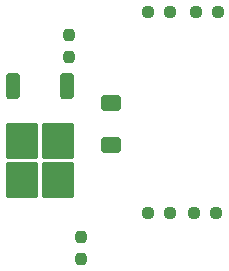
<source format=gtp>
%TF.GenerationSoftware,KiCad,Pcbnew,8.0.1*%
%TF.CreationDate,2024-08-03T23:28:29+02:00*%
%TF.ProjectId,prot_cir,70726f74-5f63-4697-922e-6b696361645f,rev?*%
%TF.SameCoordinates,Original*%
%TF.FileFunction,Paste,Top*%
%TF.FilePolarity,Positive*%
%FSLAX46Y46*%
G04 Gerber Fmt 4.6, Leading zero omitted, Abs format (unit mm)*
G04 Created by KiCad (PCBNEW 8.0.1) date 2024-08-03 23:28:29*
%MOMM*%
%LPD*%
G01*
G04 APERTURE LIST*
G04 Aperture macros list*
%AMRoundRect*
0 Rectangle with rounded corners*
0 $1 Rounding radius*
0 $2 $3 $4 $5 $6 $7 $8 $9 X,Y pos of 4 corners*
0 Add a 4 corners polygon primitive as box body*
4,1,4,$2,$3,$4,$5,$6,$7,$8,$9,$2,$3,0*
0 Add four circle primitives for the rounded corners*
1,1,$1+$1,$2,$3*
1,1,$1+$1,$4,$5*
1,1,$1+$1,$6,$7*
1,1,$1+$1,$8,$9*
0 Add four rect primitives between the rounded corners*
20,1,$1+$1,$2,$3,$4,$5,0*
20,1,$1+$1,$4,$5,$6,$7,0*
20,1,$1+$1,$6,$7,$8,$9,0*
20,1,$1+$1,$8,$9,$2,$3,0*%
G04 Aperture macros list end*
%ADD10RoundRect,0.237500X0.250000X0.237500X-0.250000X0.237500X-0.250000X-0.237500X0.250000X-0.237500X0*%
%ADD11RoundRect,0.237500X-0.237500X0.250000X-0.237500X-0.250000X0.237500X-0.250000X0.237500X0.250000X0*%
%ADD12RoundRect,0.250000X0.600000X-0.400000X0.600000X0.400000X-0.600000X0.400000X-0.600000X-0.400000X0*%
%ADD13RoundRect,0.250000X-0.350000X0.850000X-0.350000X-0.850000X0.350000X-0.850000X0.350000X0.850000X0*%
%ADD14RoundRect,0.250000X-1.125000X1.275000X-1.125000X-1.275000X1.125000X-1.275000X1.125000X1.275000X0*%
G04 APERTURE END LIST*
D10*
%TO.C,R4*%
X133912500Y-113500000D03*
X132087500Y-113500000D03*
%TD*%
%TO.C,R2*%
X130000000Y-113500000D03*
X128175000Y-113500000D03*
%TD*%
%TO.C,R5*%
X134087500Y-96500000D03*
X132262500Y-96500000D03*
%TD*%
%TO.C,R3*%
X130000000Y-96500000D03*
X128175000Y-96500000D03*
%TD*%
D11*
%TO.C,R6*%
X121500000Y-98500000D03*
X121500000Y-100325000D03*
%TD*%
%TO.C,R1*%
X122500000Y-115587500D03*
X122500000Y-117412500D03*
%TD*%
D12*
%TO.C,D1*%
X125000000Y-107750000D03*
X125000000Y-104250000D03*
%TD*%
D13*
%TO.C,Q1*%
X121280000Y-102800000D03*
D14*
X120525000Y-107425000D03*
X117475000Y-107425000D03*
X120525000Y-110775000D03*
X117475000Y-110775000D03*
D13*
X116720000Y-102800000D03*
%TD*%
M02*

</source>
